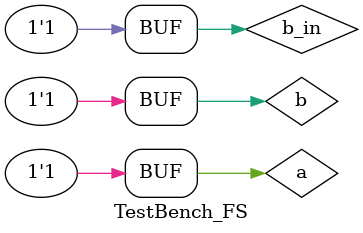
<source format=v>
module TestBench_FS;
    reg a, b, b_in;
    wire diff, b_out;

    FS uud (
        .a(a),
        .b(b),
        .b_in(b_in),
        .diff(diff),
        .b_out(b_out)
    );

    initial begin
        $monitor(
            "Time: %0t | a=%b | b=%b | borrow_in=%b | difference=%b | borrow_op=%b",
            $time,
            a, b, b_in,
            diff, b_out
        );

        $dumpfile("./op/FullSubtractor.vcd");
        $dumpvars(0, TestBench_FS);

        a = 0; b = 0; b_in = 0; #10;
        a = 0; b = 0; b_in = 1; #10;
        a = 0; b = 1; b_in = 0; #10;
        a = 0; b = 1; b_in = 1; #10;
        a = 1; b = 0; b_in = 0; #10;
        a = 1; b = 0; b_in = 1; #10;
        a = 1; b = 1; b_in = 0; #10;
        a = 1; b = 1; b_in = 1; #10;
    end

endmodule
</source>
